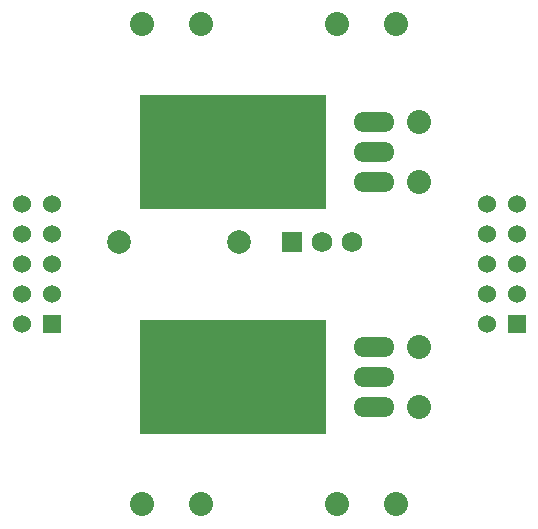
<source format=gts>
%FSLAX36Y36*%
G04 Gerber Fmt 3.6, Leading zero omitted, Abs format (unit inch)*
G04 Created by KiCad (PCBNEW (2014-jul-16 BZR unknown)-product) date Sun 02 Nov 2014 07:29:57 PM PST*
%MOIN*%
G01*
G04 APERTURE LIST*
%ADD10C,0.003937*%
%ADD11R,0.068000X0.068000*%
%ADD12C,0.068000*%
%ADD13R,0.060000X0.060000*%
%ADD14C,0.060000*%
%ADD15C,0.080000*%
%ADD16O,0.137800X0.066900*%
%ADD17R,0.620000X0.380000*%
%ADD18C,0.078700*%
G04 APERTURE END LIST*
D10*
D11*
X5000000Y-4850000D03*
D12*
X5100000Y-4850000D03*
X5200000Y-4850000D03*
D13*
X4200000Y-5125000D03*
D14*
X4100000Y-5125000D03*
X4200000Y-5025000D03*
X4100000Y-5025000D03*
X4200000Y-4925000D03*
X4100000Y-4925000D03*
X4200000Y-4825000D03*
X4100000Y-4825000D03*
X4200000Y-4725000D03*
X4100000Y-4725000D03*
D15*
X4501575Y-4125000D03*
X4698425Y-4125000D03*
X5151575Y-4125000D03*
X5348425Y-4125000D03*
X4698425Y-5725000D03*
X4501575Y-5725000D03*
X5348425Y-5725000D03*
X5151575Y-5725000D03*
D13*
X5750000Y-5125000D03*
D14*
X5650000Y-5125000D03*
X5750000Y-5025000D03*
X5650000Y-5025000D03*
X5750000Y-4925000D03*
X5650000Y-4925000D03*
X5750000Y-4825000D03*
X5650000Y-4825000D03*
X5750000Y-4725000D03*
X5650000Y-4725000D03*
D16*
X5275000Y-4550000D03*
X5275000Y-4650000D03*
X5275000Y-4450000D03*
D17*
X4805000Y-4550000D03*
D16*
X5275000Y-5300000D03*
X5275000Y-5400000D03*
X5275000Y-5200000D03*
D17*
X4805000Y-5300000D03*
D18*
X4825000Y-4850000D03*
X4425000Y-4850000D03*
D15*
X5425000Y-4449500D03*
X5425000Y-4650500D03*
X5425000Y-5199500D03*
X5425000Y-5400500D03*
M02*

</source>
